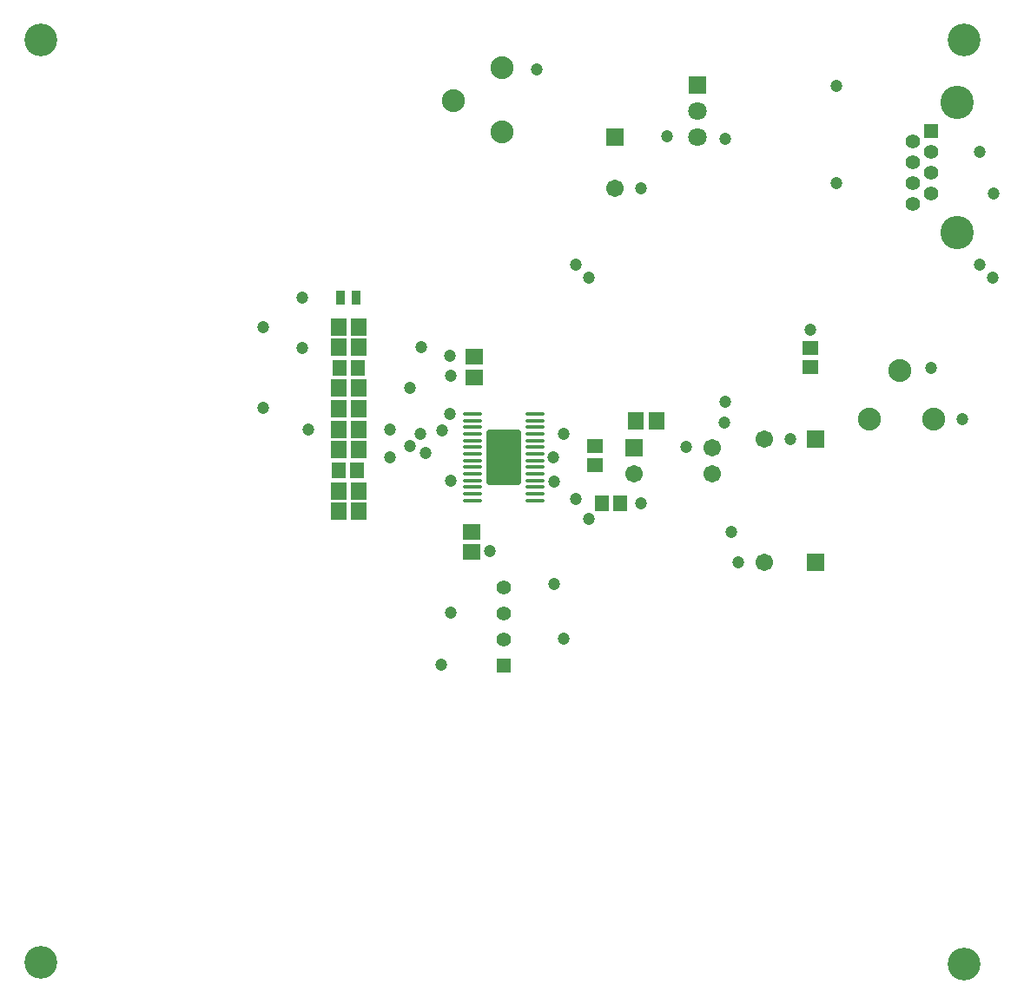
<source format=gts>
G04*
G04 #@! TF.GenerationSoftware,Altium Limited,Altium Designer,23.7.1 (13)*
G04*
G04 Layer_Color=8388736*
%FSLAX44Y44*%
%MOMM*%
G71*
G04*
G04 #@! TF.SameCoordinates,9BDE129D-A6D9-4E47-A380-7317F5008C5C*
G04*
G04*
G04 #@! TF.FilePolarity,Negative*
G04*
G01*
G75*
%ADD20R,0.9500X1.3500*%
G04:AMPARAMS|DCode=27|XSize=0.4032mm|YSize=1.8532mm|CornerRadius=0.1306mm|HoleSize=0mm|Usage=FLASHONLY|Rotation=90.000|XOffset=0mm|YOffset=0mm|HoleType=Round|Shape=RoundedRectangle|*
%AMROUNDEDRECTD27*
21,1,0.4032,1.5920,0,0,90.0*
21,1,0.1420,1.8532,0,0,90.0*
1,1,0.2612,0.7960,0.0710*
1,1,0.2612,0.7960,-0.0710*
1,1,0.2612,-0.7960,-0.0710*
1,1,0.2612,-0.7960,0.0710*
%
%ADD27ROUNDEDRECTD27*%
G04:AMPARAMS|DCode=28|XSize=3.3032mm|YSize=5.3832mm|CornerRadius=0.1481mm|HoleSize=0mm|Usage=FLASHONLY|Rotation=0.000|XOffset=0mm|YOffset=0mm|HoleType=Round|Shape=RoundedRectangle|*
%AMROUNDEDRECTD28*
21,1,3.3032,5.0870,0,0,0.0*
21,1,3.0070,5.3832,0,0,0.0*
1,1,0.2962,1.5035,-2.5435*
1,1,0.2962,-1.5035,-2.5435*
1,1,0.2962,-1.5035,2.5435*
1,1,0.2962,1.5035,2.5435*
%
%ADD28ROUNDEDRECTD28*%
%ADD29R,1.6032X1.7032*%
%ADD30R,1.7032X1.6032*%
%ADD31R,1.6032X1.4032*%
%ADD32R,1.4032X1.6032*%
%ADD33C,3.2500*%
%ADD34R,1.3900X1.3900*%
%ADD35C,1.3900*%
%ADD36C,1.7032*%
%ADD37R,1.7032X1.7032*%
%ADD38R,1.7032X1.7032*%
%ADD39C,3.2032*%
%ADD40C,1.8032*%
%ADD41R,1.8032X1.8032*%
%ADD42C,2.2352*%
%ADD43C,1.3970*%
%ADD44R,1.3970X1.3970*%
%ADD45C,1.2032*%
%ADD46C,0.8032*%
D20*
X357270Y698500D02*
D03*
X342270D02*
D03*
D27*
X470500Y585000D02*
D03*
Y578500D02*
D03*
Y572000D02*
D03*
Y565500D02*
D03*
Y559000D02*
D03*
Y552500D02*
D03*
Y546000D02*
D03*
Y539500D02*
D03*
Y533000D02*
D03*
Y526500D02*
D03*
Y520000D02*
D03*
Y513500D02*
D03*
Y507000D02*
D03*
Y500500D02*
D03*
X532000Y585000D02*
D03*
Y578500D02*
D03*
Y572000D02*
D03*
Y565500D02*
D03*
Y552500D02*
D03*
Y546000D02*
D03*
Y539500D02*
D03*
Y533000D02*
D03*
Y526500D02*
D03*
Y520000D02*
D03*
Y513500D02*
D03*
Y507000D02*
D03*
Y500500D02*
D03*
Y559000D02*
D03*
D28*
X501250Y542750D02*
D03*
D29*
X650000Y577894D02*
D03*
X630000D02*
D03*
X340000Y510000D02*
D03*
X360000D02*
D03*
X340000Y490000D02*
D03*
X360000D02*
D03*
Y610000D02*
D03*
X340000D02*
D03*
X360000Y550000D02*
D03*
X340000D02*
D03*
Y670000D02*
D03*
X360000D02*
D03*
X340000Y590000D02*
D03*
X360000D02*
D03*
Y570000D02*
D03*
X340000D02*
D03*
X360000Y650000D02*
D03*
X340000D02*
D03*
D30*
X472250Y620770D02*
D03*
Y640770D02*
D03*
X470000Y470000D02*
D03*
Y450000D02*
D03*
D31*
X590550Y553242D02*
D03*
Y535243D02*
D03*
X800000Y631000D02*
D03*
Y649000D02*
D03*
D32*
X596900Y497810D02*
D03*
X614900D02*
D03*
X341000Y630000D02*
D03*
X359000D02*
D03*
X340500Y530000D02*
D03*
X358500D02*
D03*
D33*
X943180Y762060D02*
D03*
Y889060D02*
D03*
D34*
X917780Y861120D02*
D03*
D35*
X900000Y850960D02*
D03*
X917780Y840800D02*
D03*
X900000Y830640D02*
D03*
X917780Y820480D02*
D03*
X900000Y810320D02*
D03*
X917780Y800160D02*
D03*
X900000Y790000D02*
D03*
D36*
X755000Y440000D02*
D03*
Y560000D02*
D03*
X610000Y805000D02*
D03*
X628650Y526800D02*
D03*
X704850Y552200D02*
D03*
Y526800D02*
D03*
D37*
X805000Y440000D02*
D03*
Y560000D02*
D03*
X628650Y552200D02*
D03*
D38*
X610000Y855000D02*
D03*
D39*
X50000Y950000D02*
D03*
X950000D02*
D03*
X50000Y50000D02*
D03*
X950000Y48575D02*
D03*
D40*
X690000Y855000D02*
D03*
Y880400D02*
D03*
D41*
Y905800D02*
D03*
D42*
X857503Y580000D02*
D03*
X920000Y580000D02*
D03*
X887501Y627498D02*
D03*
X500000Y860197D02*
D03*
X500000Y922694D02*
D03*
X452502Y890194D02*
D03*
D43*
X501250Y415400D02*
D03*
Y390000D02*
D03*
Y364600D02*
D03*
D44*
Y339200D02*
D03*
D45*
X311150Y569457D02*
D03*
X266700Y670000D02*
D03*
Y590601D02*
D03*
X449078Y641350D02*
D03*
X304800Y698500D02*
D03*
Y649078D02*
D03*
X549748Y542750D02*
D03*
X560000Y565833D02*
D03*
X550000Y518750D02*
D03*
X425450Y547048D02*
D03*
X420000Y565645D02*
D03*
X440922Y568535D02*
D03*
X410000Y553750D02*
D03*
X660400Y856106D02*
D03*
X635000Y804719D02*
D03*
X533400Y920750D02*
D03*
X800100Y666750D02*
D03*
X917780Y629498D02*
D03*
X948503Y579590D02*
D03*
X781050Y560105D02*
D03*
X679450Y552755D02*
D03*
X729674Y440000D02*
D03*
X635000Y497965D02*
D03*
X487418Y450850D02*
D03*
X716628Y576544D02*
D03*
X723151Y469900D02*
D03*
X825500Y905233D02*
D03*
Y810320D02*
D03*
X978431Y800160D02*
D03*
X977900Y717550D02*
D03*
X584200D02*
D03*
Y482600D02*
D03*
X571500Y501650D02*
D03*
X965038Y840800D02*
D03*
Y730250D02*
D03*
X571500D02*
D03*
X717550Y853000D02*
D03*
Y596900D02*
D03*
X449078Y585000D02*
D03*
X450000Y622300D02*
D03*
X421064Y650000D02*
D03*
X450000Y391183D02*
D03*
Y519500D02*
D03*
X410000Y610000D02*
D03*
X390000Y570000D02*
D03*
Y542750D02*
D03*
X440000Y340000D02*
D03*
X560000Y365783D02*
D03*
X550000Y418868D02*
D03*
D46*
X490250Y564750D02*
D03*
X501250D02*
D03*
X512250D02*
D03*
X490250Y553750D02*
D03*
X501250D02*
D03*
X512250D02*
D03*
X490250Y542750D02*
D03*
X501250D02*
D03*
X512250D02*
D03*
X490250Y531750D02*
D03*
X501250D02*
D03*
X512250D02*
D03*
X490250Y520750D02*
D03*
X501250D02*
D03*
X512250D02*
D03*
M02*

</source>
